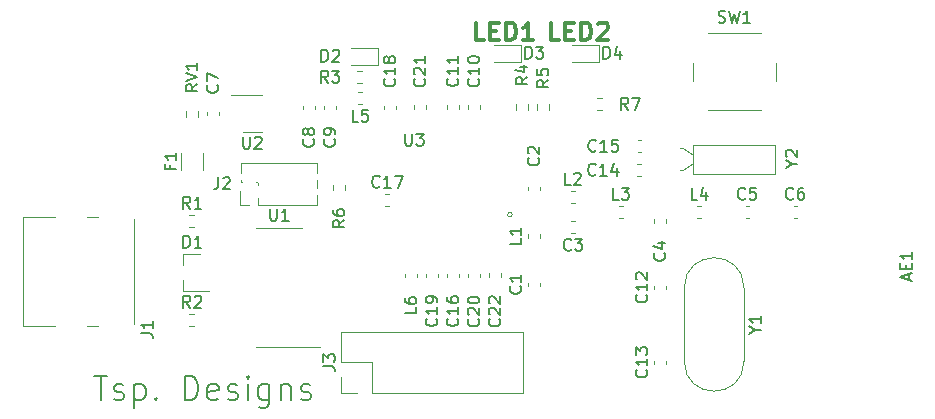
<source format=gto>
G04 #@! TF.GenerationSoftware,KiCad,Pcbnew,5.1.9*
G04 #@! TF.CreationDate,2021-04-01T15:39:56-06:00*
G04 #@! TF.ProjectId,BluetoothBlinker-PCB,426c7565-746f-46f7-9468-426c696e6b65,rev?*
G04 #@! TF.SameCoordinates,Original*
G04 #@! TF.FileFunction,Legend,Top*
G04 #@! TF.FilePolarity,Positive*
%FSLAX46Y46*%
G04 Gerber Fmt 4.6, Leading zero omitted, Abs format (unit mm)*
G04 Created by KiCad (PCBNEW 5.1.9) date 2021-04-01 15:39:56*
%MOMM*%
%LPD*%
G01*
G04 APERTURE LIST*
%ADD10C,0.300000*%
%ADD11C,0.200000*%
%ADD12C,0.120000*%
%ADD13C,0.150000*%
G04 APERTURE END LIST*
D10*
X197711428Y38437428D02*
X196997142Y38437428D01*
X196997142Y39937428D01*
X198211428Y39223142D02*
X198711428Y39223142D01*
X198925714Y38437428D02*
X198211428Y38437428D01*
X198211428Y39937428D01*
X198925714Y39937428D01*
X199568571Y38437428D02*
X199568571Y39937428D01*
X199925714Y39937428D01*
X200140000Y39866000D01*
X200282857Y39723142D01*
X200354285Y39580285D01*
X200425714Y39294571D01*
X200425714Y39080285D01*
X200354285Y38794571D01*
X200282857Y38651714D01*
X200140000Y38508857D01*
X199925714Y38437428D01*
X199568571Y38437428D01*
X200997142Y39794571D02*
X201068571Y39866000D01*
X201211428Y39937428D01*
X201568571Y39937428D01*
X201711428Y39866000D01*
X201782857Y39794571D01*
X201854285Y39651714D01*
X201854285Y39508857D01*
X201782857Y39294571D01*
X200925714Y38437428D01*
X201854285Y38437428D01*
X191361428Y38437428D02*
X190647142Y38437428D01*
X190647142Y39937428D01*
X191861428Y39223142D02*
X192361428Y39223142D01*
X192575714Y38437428D02*
X191861428Y38437428D01*
X191861428Y39937428D01*
X192575714Y39937428D01*
X193218571Y38437428D02*
X193218571Y39937428D01*
X193575714Y39937428D01*
X193790000Y39866000D01*
X193932857Y39723142D01*
X194004285Y39580285D01*
X194075714Y39294571D01*
X194075714Y39080285D01*
X194004285Y38794571D01*
X193932857Y38651714D01*
X193790000Y38508857D01*
X193575714Y38437428D01*
X193218571Y38437428D01*
X195504285Y38437428D02*
X194647142Y38437428D01*
X195075714Y38437428D02*
X195075714Y39937428D01*
X194932857Y39723142D01*
X194790000Y39580285D01*
X194647142Y39508857D01*
D11*
X158308476Y9985238D02*
X159451333Y9985238D01*
X158879904Y7985238D02*
X158879904Y9985238D01*
X160022761Y8080476D02*
X160213238Y7985238D01*
X160594190Y7985238D01*
X160784666Y8080476D01*
X160879904Y8270952D01*
X160879904Y8366190D01*
X160784666Y8556666D01*
X160594190Y8651904D01*
X160308476Y8651904D01*
X160118000Y8747142D01*
X160022761Y8937619D01*
X160022761Y9032857D01*
X160118000Y9223333D01*
X160308476Y9318571D01*
X160594190Y9318571D01*
X160784666Y9223333D01*
X161737047Y9318571D02*
X161737047Y7318571D01*
X161737047Y9223333D02*
X161927523Y9318571D01*
X162308476Y9318571D01*
X162498952Y9223333D01*
X162594190Y9128095D01*
X162689428Y8937619D01*
X162689428Y8366190D01*
X162594190Y8175714D01*
X162498952Y8080476D01*
X162308476Y7985238D01*
X161927523Y7985238D01*
X161737047Y8080476D01*
X163546571Y8175714D02*
X163641809Y8080476D01*
X163546571Y7985238D01*
X163451333Y8080476D01*
X163546571Y8175714D01*
X163546571Y7985238D01*
X166022761Y7985238D02*
X166022761Y9985238D01*
X166498952Y9985238D01*
X166784666Y9890000D01*
X166975142Y9699523D01*
X167070380Y9509047D01*
X167165619Y9128095D01*
X167165619Y8842380D01*
X167070380Y8461428D01*
X166975142Y8270952D01*
X166784666Y8080476D01*
X166498952Y7985238D01*
X166022761Y7985238D01*
X168784666Y8080476D02*
X168594190Y7985238D01*
X168213238Y7985238D01*
X168022761Y8080476D01*
X167927523Y8270952D01*
X167927523Y9032857D01*
X168022761Y9223333D01*
X168213238Y9318571D01*
X168594190Y9318571D01*
X168784666Y9223333D01*
X168879904Y9032857D01*
X168879904Y8842380D01*
X167927523Y8651904D01*
X169641809Y8080476D02*
X169832285Y7985238D01*
X170213238Y7985238D01*
X170403714Y8080476D01*
X170498952Y8270952D01*
X170498952Y8366190D01*
X170403714Y8556666D01*
X170213238Y8651904D01*
X169927523Y8651904D01*
X169737047Y8747142D01*
X169641809Y8937619D01*
X169641809Y9032857D01*
X169737047Y9223333D01*
X169927523Y9318571D01*
X170213238Y9318571D01*
X170403714Y9223333D01*
X171356095Y7985238D02*
X171356095Y9318571D01*
X171356095Y9985238D02*
X171260857Y9890000D01*
X171356095Y9794761D01*
X171451333Y9890000D01*
X171356095Y9985238D01*
X171356095Y9794761D01*
X173165619Y9318571D02*
X173165619Y7699523D01*
X173070380Y7509047D01*
X172975142Y7413809D01*
X172784666Y7318571D01*
X172498952Y7318571D01*
X172308476Y7413809D01*
X173165619Y8080476D02*
X172975142Y7985238D01*
X172594190Y7985238D01*
X172403714Y8080476D01*
X172308476Y8175714D01*
X172213238Y8366190D01*
X172213238Y8937619D01*
X172308476Y9128095D01*
X172403714Y9223333D01*
X172594190Y9318571D01*
X172975142Y9318571D01*
X173165619Y9223333D01*
X174118000Y9318571D02*
X174118000Y7985238D01*
X174118000Y9128095D02*
X174213238Y9223333D01*
X174403714Y9318571D01*
X174689428Y9318571D01*
X174879904Y9223333D01*
X174975142Y9032857D01*
X174975142Y7985238D01*
X175832285Y8080476D02*
X176022761Y7985238D01*
X176403714Y7985238D01*
X176594190Y8080476D01*
X176689428Y8270952D01*
X176689428Y8366190D01*
X176594190Y8556666D01*
X176403714Y8651904D01*
X176118000Y8651904D01*
X175927523Y8747142D01*
X175832285Y8937619D01*
X175832285Y9032857D01*
X175927523Y9223333D01*
X176118000Y9318571D01*
X176403714Y9318571D01*
X176594190Y9223333D01*
D12*
G04 #@! TO.C,R7*
X200867742Y32497500D02*
X201342258Y32497500D01*
X200867742Y33542500D02*
X201342258Y33542500D01*
G04 #@! TO.C,SW1*
X209046000Y36528000D02*
X209046000Y35028000D01*
X210296000Y32528000D02*
X214796000Y32528000D01*
X216046000Y35028000D02*
X216046000Y36528000D01*
X214796000Y39028000D02*
X210296000Y39028000D01*
G04 #@! TO.C,L5*
X180659721Y33018000D02*
X180985279Y33018000D01*
X180659721Y34038000D02*
X180985279Y34038000D01*
G04 #@! TO.C,C18*
X182878000Y32893580D02*
X182878000Y32612420D01*
X183898000Y32893580D02*
X183898000Y32612420D01*
G04 #@! TO.C,C8*
X176020000Y32893580D02*
X176020000Y32612420D01*
X177040000Y32893580D02*
X177040000Y32612420D01*
G04 #@! TO.C,C9*
X177798000Y32893580D02*
X177798000Y32612420D01*
X178818000Y32893580D02*
X178818000Y32612420D01*
G04 #@! TO.C,D4*
X198818500Y36603000D02*
X201103500Y36603000D01*
X201103500Y36603000D02*
X201103500Y38073000D01*
X201103500Y38073000D02*
X198818500Y38073000D01*
G04 #@! TO.C,D3*
X192214500Y36603000D02*
X194499500Y36603000D01*
X194499500Y36603000D02*
X194499500Y38073000D01*
X194499500Y38073000D02*
X192214500Y38073000D01*
G04 #@! TO.C,D2*
X180073500Y36349000D02*
X182358500Y36349000D01*
X182358500Y36349000D02*
X182358500Y37819000D01*
X182358500Y37819000D02*
X180073500Y37819000D01*
G04 #@! TO.C,C14*
X204316420Y26922000D02*
X204597580Y26922000D01*
X204316420Y27942000D02*
X204597580Y27942000D01*
G04 #@! TO.C,Y2*
X208164000Y29332000D02*
X207964000Y29332000D01*
X209064000Y28732000D02*
X208164000Y29332000D01*
X208164000Y27432000D02*
X207964000Y27432000D01*
X209064000Y28032000D02*
X208164000Y27432000D01*
X209064000Y29612000D02*
X209064000Y27152000D01*
X215964000Y29612000D02*
X209064000Y29612000D01*
X215964000Y27152000D02*
X215964000Y29612000D01*
X209064000Y27152000D02*
X215964000Y27152000D01*
G04 #@! TO.C,C15*
X204342420Y28954000D02*
X204623580Y28954000D01*
X204342420Y29974000D02*
X204623580Y29974000D01*
G04 #@! TO.C,J3*
X179264000Y8576000D02*
X179264000Y9906000D01*
X180594000Y8576000D02*
X179264000Y8576000D01*
X179264000Y11176000D02*
X179264000Y13776000D01*
X181864000Y11176000D02*
X179264000Y11176000D01*
X181864000Y8576000D02*
X181864000Y11176000D01*
X179264000Y13776000D02*
X194624000Y13776000D01*
X181864000Y8576000D02*
X194624000Y8576000D01*
X194624000Y8576000D02*
X194624000Y13776000D01*
G04 #@! TO.C,RV1*
X166101500Y32432258D02*
X166101500Y31957742D01*
X167146500Y32432258D02*
X167146500Y31957742D01*
G04 #@! TO.C,J1*
X158636000Y23464000D02*
X157736000Y23464000D01*
X158636000Y14274000D02*
X157736000Y14274000D01*
X155036000Y23464000D02*
X152306000Y23464000D01*
X155036000Y14274000D02*
X152306000Y14274000D01*
X161716000Y23344000D02*
X161716000Y14394000D01*
X152306000Y23464000D02*
X152306000Y14274000D01*
G04 #@! TO.C,R6*
X178547500Y26208258D02*
X178547500Y25733742D01*
X179592500Y26208258D02*
X179592500Y25733742D01*
G04 #@! TO.C,D1*
X165864000Y20376000D02*
X165864000Y19446000D01*
X165864000Y17216000D02*
X165864000Y18146000D01*
X165864000Y17216000D02*
X168024000Y17216000D01*
X165864000Y20376000D02*
X167324000Y20376000D01*
G04 #@! TO.C,R5*
X196864500Y32528742D02*
X196864500Y33003258D01*
X195819500Y32528742D02*
X195819500Y33003258D01*
G04 #@! TO.C,R4*
X195086500Y32528742D02*
X195086500Y33003258D01*
X194041500Y32528742D02*
X194041500Y33003258D01*
G04 #@! TO.C,R3*
X181022258Y35828500D02*
X180547742Y35828500D01*
X181022258Y34783500D02*
X180547742Y34783500D01*
G04 #@! TO.C,R2*
X166798258Y15254500D02*
X166323742Y15254500D01*
X166798258Y14209500D02*
X166323742Y14209500D01*
G04 #@! TO.C,R1*
X166798258Y23636500D02*
X166323742Y23636500D01*
X166798258Y22591500D02*
X166323742Y22591500D01*
G04 #@! TO.C,L6*
X185676000Y18353721D02*
X185676000Y18679279D01*
X184656000Y18353721D02*
X184656000Y18679279D01*
G04 #@! TO.C,L4*
X209387221Y23366000D02*
X209712779Y23366000D01*
X209387221Y24386000D02*
X209712779Y24386000D01*
G04 #@! TO.C,L3*
X202757721Y23366000D02*
X203083279Y23366000D01*
X202757721Y24386000D02*
X203083279Y24386000D01*
G04 #@! TO.C,L2*
X198693721Y24636000D02*
X199019279Y24636000D01*
X198693721Y25656000D02*
X199019279Y25656000D01*
G04 #@! TO.C,L1*
X195070000Y22006779D02*
X195070000Y21681221D01*
X196090000Y22006779D02*
X196090000Y21681221D01*
G04 #@! TO.C,C22*
X191768000Y18695580D02*
X191768000Y18414420D01*
X192788000Y18695580D02*
X192788000Y18414420D01*
G04 #@! TO.C,C21*
X185418000Y32919580D02*
X185418000Y32638420D01*
X186438000Y32919580D02*
X186438000Y32638420D01*
G04 #@! TO.C,C20*
X189990000Y18682580D02*
X189990000Y18401420D01*
X191010000Y18682580D02*
X191010000Y18401420D01*
G04 #@! TO.C,C19*
X186434000Y18682580D02*
X186434000Y18401420D01*
X187454000Y18682580D02*
X187454000Y18401420D01*
G04 #@! TO.C,C17*
X183274580Y25402000D02*
X182993420Y25402000D01*
X183274580Y24382000D02*
X182993420Y24382000D01*
G04 #@! TO.C,C16*
X188212000Y18682580D02*
X188212000Y18401420D01*
X189232000Y18682580D02*
X189232000Y18401420D01*
G04 #@! TO.C,C13*
X206758000Y11022420D02*
X206758000Y11303580D01*
X205738000Y11022420D02*
X205738000Y11303580D01*
G04 #@! TO.C,C12*
X205738000Y17666580D02*
X205738000Y17385420D01*
X206758000Y17666580D02*
X206758000Y17385420D01*
G04 #@! TO.C,C11*
X189232000Y32638420D02*
X189232000Y32919580D01*
X188212000Y32638420D02*
X188212000Y32919580D01*
G04 #@! TO.C,C10*
X191010000Y32638420D02*
X191010000Y32919580D01*
X189990000Y32638420D02*
X189990000Y32919580D01*
G04 #@! TO.C,C7*
X167892000Y32398580D02*
X167892000Y32117420D01*
X168912000Y32398580D02*
X168912000Y32117420D01*
G04 #@! TO.C,C6*
X217831580Y24386000D02*
X217550420Y24386000D01*
X217831580Y23366000D02*
X217550420Y23366000D01*
G04 #@! TO.C,C5*
X213767580Y24386000D02*
X213486420Y24386000D01*
X213767580Y23366000D02*
X213486420Y23366000D01*
G04 #@! TO.C,C4*
X205738000Y23267580D02*
X205738000Y22986420D01*
X206758000Y23267580D02*
X206758000Y22986420D01*
G04 #@! TO.C,C3*
X199009580Y23116000D02*
X198728420Y23116000D01*
X199009580Y22096000D02*
X198728420Y22096000D01*
G04 #@! TO.C,C2*
X196090000Y25767420D02*
X196090000Y26048580D01*
X195070000Y25767420D02*
X195070000Y26048580D01*
G04 #@! TO.C,C1*
X195070000Y17920580D02*
X195070000Y17639420D01*
X196090000Y17920580D02*
X196090000Y17639420D01*
G04 #@! TO.C,U1*
X173990000Y22586000D02*
X172040000Y22586000D01*
X173990000Y22586000D02*
X175940000Y22586000D01*
X173990000Y12466000D02*
X172040000Y12466000D01*
X173990000Y12466000D02*
X177440000Y12466000D01*
G04 #@! TO.C,Y1*
X208295000Y17503000D02*
X208295000Y11253000D01*
X213345000Y17503000D02*
X213345000Y11253000D01*
X208295000Y11253000D02*
G75*
G03*
X213345000Y11253000I2525000J0D01*
G01*
X208295000Y17503000D02*
G75*
G02*
X213345000Y17503000I2525000J0D01*
G01*
G04 #@! TO.C,F1*
X165714000Y28921064D02*
X165714000Y27466936D01*
X167534000Y28921064D02*
X167534000Y27466936D01*
G04 #@! TO.C,U3*
X193734000Y23666000D02*
G75*
G03*
X193734000Y23666000I-200000J0D01*
G01*
G04 #@! TO.C,U2*
X171704000Y30698000D02*
X172504000Y30698000D01*
X171704000Y30698000D02*
X170904000Y30698000D01*
X171704000Y33818000D02*
X172504000Y33818000D01*
X171704000Y33818000D02*
X169904000Y33818000D01*
G04 #@! TO.C,J2*
X177225000Y24524000D02*
X177225000Y25346470D01*
X177225000Y27231530D02*
X177225000Y28054000D01*
X177225000Y25961530D02*
X177225000Y26616470D01*
X172210000Y24524000D02*
X177225000Y24524000D01*
X170755000Y28054000D02*
X177225000Y28054000D01*
X172210000Y24524000D02*
X172210000Y25090529D01*
X172210000Y26217471D02*
X172210000Y26360529D01*
X172156529Y26414000D02*
X172013471Y26414000D01*
X170886529Y26414000D02*
X170755000Y26414000D01*
X170755000Y26414000D02*
X170755000Y26616470D01*
X170755000Y27231530D02*
X170755000Y28054000D01*
X171450000Y24524000D02*
X170690000Y24524000D01*
X170690000Y24524000D02*
X170690000Y25654000D01*
G04 #@! TO.C,R7*
D13*
X203541333Y32567619D02*
X203208000Y33043809D01*
X202969904Y32567619D02*
X202969904Y33567619D01*
X203350857Y33567619D01*
X203446095Y33520000D01*
X203493714Y33472380D01*
X203541333Y33377142D01*
X203541333Y33234285D01*
X203493714Y33139047D01*
X203446095Y33091428D01*
X203350857Y33043809D01*
X202969904Y33043809D01*
X203874666Y33567619D02*
X204541333Y33567619D01*
X204112761Y32567619D01*
G04 #@! TO.C,SW1*
X211212666Y39981238D02*
X211355523Y39933619D01*
X211593619Y39933619D01*
X211688857Y39981238D01*
X211736476Y40028857D01*
X211784095Y40124095D01*
X211784095Y40219333D01*
X211736476Y40314571D01*
X211688857Y40362190D01*
X211593619Y40409809D01*
X211403142Y40457428D01*
X211307904Y40505047D01*
X211260285Y40552666D01*
X211212666Y40647904D01*
X211212666Y40743142D01*
X211260285Y40838380D01*
X211307904Y40886000D01*
X211403142Y40933619D01*
X211641238Y40933619D01*
X211784095Y40886000D01*
X212117428Y40933619D02*
X212355523Y39933619D01*
X212546000Y40647904D01*
X212736476Y39933619D01*
X212974571Y40933619D01*
X213879333Y39933619D02*
X213307904Y39933619D01*
X213593619Y39933619D02*
X213593619Y40933619D01*
X213498380Y40790761D01*
X213403142Y40695523D01*
X213307904Y40647904D01*
G04 #@! TO.C,L5*
X180681333Y31551619D02*
X180205142Y31551619D01*
X180205142Y32551619D01*
X181490857Y32551619D02*
X181014666Y32551619D01*
X180967047Y32075428D01*
X181014666Y32123047D01*
X181109904Y32170666D01*
X181348000Y32170666D01*
X181443238Y32123047D01*
X181490857Y32075428D01*
X181538476Y31980190D01*
X181538476Y31742095D01*
X181490857Y31646857D01*
X181443238Y31599238D01*
X181348000Y31551619D01*
X181109904Y31551619D01*
X181014666Y31599238D01*
X180967047Y31646857D01*
G04 #@! TO.C,C18*
X183745142Y35171142D02*
X183792761Y35123523D01*
X183840380Y34980666D01*
X183840380Y34885428D01*
X183792761Y34742571D01*
X183697523Y34647333D01*
X183602285Y34599714D01*
X183411809Y34552095D01*
X183268952Y34552095D01*
X183078476Y34599714D01*
X182983238Y34647333D01*
X182888000Y34742571D01*
X182840380Y34885428D01*
X182840380Y34980666D01*
X182888000Y35123523D01*
X182935619Y35171142D01*
X183840380Y36123523D02*
X183840380Y35552095D01*
X183840380Y35837809D02*
X182840380Y35837809D01*
X182983238Y35742571D01*
X183078476Y35647333D01*
X183126095Y35552095D01*
X183268952Y36694952D02*
X183221333Y36599714D01*
X183173714Y36552095D01*
X183078476Y36504476D01*
X183030857Y36504476D01*
X182935619Y36552095D01*
X182888000Y36599714D01*
X182840380Y36694952D01*
X182840380Y36885428D01*
X182888000Y36980666D01*
X182935619Y37028285D01*
X183030857Y37075904D01*
X183078476Y37075904D01*
X183173714Y37028285D01*
X183221333Y36980666D01*
X183268952Y36885428D01*
X183268952Y36694952D01*
X183316571Y36599714D01*
X183364190Y36552095D01*
X183459428Y36504476D01*
X183649904Y36504476D01*
X183745142Y36552095D01*
X183792761Y36599714D01*
X183840380Y36694952D01*
X183840380Y36885428D01*
X183792761Y36980666D01*
X183745142Y37028285D01*
X183649904Y37075904D01*
X183459428Y37075904D01*
X183364190Y37028285D01*
X183316571Y36980666D01*
X183268952Y36885428D01*
G04 #@! TO.C,C8*
X176887142Y30059333D02*
X176934761Y30011714D01*
X176982380Y29868857D01*
X176982380Y29773619D01*
X176934761Y29630761D01*
X176839523Y29535523D01*
X176744285Y29487904D01*
X176553809Y29440285D01*
X176410952Y29440285D01*
X176220476Y29487904D01*
X176125238Y29535523D01*
X176030000Y29630761D01*
X175982380Y29773619D01*
X175982380Y29868857D01*
X176030000Y30011714D01*
X176077619Y30059333D01*
X176410952Y30630761D02*
X176363333Y30535523D01*
X176315714Y30487904D01*
X176220476Y30440285D01*
X176172857Y30440285D01*
X176077619Y30487904D01*
X176030000Y30535523D01*
X175982380Y30630761D01*
X175982380Y30821238D01*
X176030000Y30916476D01*
X176077619Y30964095D01*
X176172857Y31011714D01*
X176220476Y31011714D01*
X176315714Y30964095D01*
X176363333Y30916476D01*
X176410952Y30821238D01*
X176410952Y30630761D01*
X176458571Y30535523D01*
X176506190Y30487904D01*
X176601428Y30440285D01*
X176791904Y30440285D01*
X176887142Y30487904D01*
X176934761Y30535523D01*
X176982380Y30630761D01*
X176982380Y30821238D01*
X176934761Y30916476D01*
X176887142Y30964095D01*
X176791904Y31011714D01*
X176601428Y31011714D01*
X176506190Y30964095D01*
X176458571Y30916476D01*
X176410952Y30821238D01*
G04 #@! TO.C,C9*
X178665142Y30059333D02*
X178712761Y30011714D01*
X178760380Y29868857D01*
X178760380Y29773619D01*
X178712761Y29630761D01*
X178617523Y29535523D01*
X178522285Y29487904D01*
X178331809Y29440285D01*
X178188952Y29440285D01*
X177998476Y29487904D01*
X177903238Y29535523D01*
X177808000Y29630761D01*
X177760380Y29773619D01*
X177760380Y29868857D01*
X177808000Y30011714D01*
X177855619Y30059333D01*
X178760380Y30535523D02*
X178760380Y30726000D01*
X178712761Y30821238D01*
X178665142Y30868857D01*
X178522285Y30964095D01*
X178331809Y31011714D01*
X177950857Y31011714D01*
X177855619Y30964095D01*
X177808000Y30916476D01*
X177760380Y30821238D01*
X177760380Y30630761D01*
X177808000Y30535523D01*
X177855619Y30487904D01*
X177950857Y30440285D01*
X178188952Y30440285D01*
X178284190Y30487904D01*
X178331809Y30535523D01*
X178379428Y30630761D01*
X178379428Y30821238D01*
X178331809Y30916476D01*
X178284190Y30964095D01*
X178188952Y31011714D01*
G04 #@! TO.C,D4*
X201445904Y36885619D02*
X201445904Y37885619D01*
X201684000Y37885619D01*
X201826857Y37838000D01*
X201922095Y37742761D01*
X201969714Y37647523D01*
X202017333Y37457047D01*
X202017333Y37314190D01*
X201969714Y37123714D01*
X201922095Y37028476D01*
X201826857Y36933238D01*
X201684000Y36885619D01*
X201445904Y36885619D01*
X202874476Y37552285D02*
X202874476Y36885619D01*
X202636380Y37933238D02*
X202398285Y37218952D01*
X203017333Y37218952D01*
G04 #@! TO.C,D3*
X194841904Y36885619D02*
X194841904Y37885619D01*
X195080000Y37885619D01*
X195222857Y37838000D01*
X195318095Y37742761D01*
X195365714Y37647523D01*
X195413333Y37457047D01*
X195413333Y37314190D01*
X195365714Y37123714D01*
X195318095Y37028476D01*
X195222857Y36933238D01*
X195080000Y36885619D01*
X194841904Y36885619D01*
X195746666Y37885619D02*
X196365714Y37885619D01*
X196032380Y37504666D01*
X196175238Y37504666D01*
X196270476Y37457047D01*
X196318095Y37409428D01*
X196365714Y37314190D01*
X196365714Y37076095D01*
X196318095Y36980857D01*
X196270476Y36933238D01*
X196175238Y36885619D01*
X195889523Y36885619D01*
X195794285Y36933238D01*
X195746666Y36980857D01*
G04 #@! TO.C,D2*
X177569904Y36631619D02*
X177569904Y37631619D01*
X177808000Y37631619D01*
X177950857Y37584000D01*
X178046095Y37488761D01*
X178093714Y37393523D01*
X178141333Y37203047D01*
X178141333Y37060190D01*
X178093714Y36869714D01*
X178046095Y36774476D01*
X177950857Y36679238D01*
X177808000Y36631619D01*
X177569904Y36631619D01*
X178522285Y37536380D02*
X178569904Y37584000D01*
X178665142Y37631619D01*
X178903238Y37631619D01*
X178998476Y37584000D01*
X179046095Y37536380D01*
X179093714Y37441142D01*
X179093714Y37345904D01*
X179046095Y37203047D01*
X178474666Y36631619D01*
X179093714Y36631619D01*
G04 #@! TO.C,C14*
X200779142Y27074857D02*
X200731523Y27027238D01*
X200588666Y26979619D01*
X200493428Y26979619D01*
X200350571Y27027238D01*
X200255333Y27122476D01*
X200207714Y27217714D01*
X200160095Y27408190D01*
X200160095Y27551047D01*
X200207714Y27741523D01*
X200255333Y27836761D01*
X200350571Y27932000D01*
X200493428Y27979619D01*
X200588666Y27979619D01*
X200731523Y27932000D01*
X200779142Y27884380D01*
X201731523Y26979619D02*
X201160095Y26979619D01*
X201445809Y26979619D02*
X201445809Y27979619D01*
X201350571Y27836761D01*
X201255333Y27741523D01*
X201160095Y27693904D01*
X202588666Y27646285D02*
X202588666Y26979619D01*
X202350571Y28027238D02*
X202112476Y27312952D01*
X202731523Y27312952D01*
G04 #@! TO.C,Y2*
X217400190Y27971809D02*
X217876380Y27971809D01*
X216876380Y27638476D02*
X217400190Y27971809D01*
X216876380Y28305142D01*
X216971619Y28590857D02*
X216924000Y28638476D01*
X216876380Y28733714D01*
X216876380Y28971809D01*
X216924000Y29067047D01*
X216971619Y29114666D01*
X217066857Y29162285D01*
X217162095Y29162285D01*
X217304952Y29114666D01*
X217876380Y28543238D01*
X217876380Y29162285D01*
G04 #@! TO.C,C15*
X200805142Y29106857D02*
X200757523Y29059238D01*
X200614666Y29011619D01*
X200519428Y29011619D01*
X200376571Y29059238D01*
X200281333Y29154476D01*
X200233714Y29249714D01*
X200186095Y29440190D01*
X200186095Y29583047D01*
X200233714Y29773523D01*
X200281333Y29868761D01*
X200376571Y29964000D01*
X200519428Y30011619D01*
X200614666Y30011619D01*
X200757523Y29964000D01*
X200805142Y29916380D01*
X201757523Y29011619D02*
X201186095Y29011619D01*
X201471809Y29011619D02*
X201471809Y30011619D01*
X201376571Y29868761D01*
X201281333Y29773523D01*
X201186095Y29725904D01*
X202662285Y30011619D02*
X202186095Y30011619D01*
X202138476Y29535428D01*
X202186095Y29583047D01*
X202281333Y29630666D01*
X202519428Y29630666D01*
X202614666Y29583047D01*
X202662285Y29535428D01*
X202709904Y29440190D01*
X202709904Y29202095D01*
X202662285Y29106857D01*
X202614666Y29059238D01*
X202519428Y29011619D01*
X202281333Y29011619D01*
X202186095Y29059238D01*
X202138476Y29106857D01*
G04 #@! TO.C,J3*
X177716380Y10842666D02*
X178430666Y10842666D01*
X178573523Y10795047D01*
X178668761Y10699809D01*
X178716380Y10556952D01*
X178716380Y10461714D01*
X177716380Y11223619D02*
X177716380Y11842666D01*
X178097333Y11509333D01*
X178097333Y11652190D01*
X178144952Y11747428D01*
X178192571Y11795047D01*
X178287809Y11842666D01*
X178525904Y11842666D01*
X178621142Y11795047D01*
X178668761Y11747428D01*
X178716380Y11652190D01*
X178716380Y11366476D01*
X178668761Y11271238D01*
X178621142Y11223619D01*
G04 #@! TO.C,RV1*
X167076380Y34710761D02*
X166600190Y34377428D01*
X167076380Y34139333D02*
X166076380Y34139333D01*
X166076380Y34520285D01*
X166124000Y34615523D01*
X166171619Y34663142D01*
X166266857Y34710761D01*
X166409714Y34710761D01*
X166504952Y34663142D01*
X166552571Y34615523D01*
X166600190Y34520285D01*
X166600190Y34139333D01*
X166076380Y34996476D02*
X167076380Y35329809D01*
X166076380Y35663142D01*
X167076380Y36520285D02*
X167076380Y35948857D01*
X167076380Y36234571D02*
X166076380Y36234571D01*
X166219238Y36139333D01*
X166314476Y36044095D01*
X166362095Y35948857D01*
G04 #@! TO.C,J1*
X162288380Y13636666D02*
X163002666Y13636666D01*
X163145523Y13589047D01*
X163240761Y13493809D01*
X163288380Y13350952D01*
X163288380Y13255714D01*
X163288380Y14636666D02*
X163288380Y14065238D01*
X163288380Y14350952D02*
X162288380Y14350952D01*
X162431238Y14255714D01*
X162526476Y14160476D01*
X162574095Y14065238D01*
G04 #@! TO.C,R6*
X179522380Y23201333D02*
X179046190Y22868000D01*
X179522380Y22629904D02*
X178522380Y22629904D01*
X178522380Y23010857D01*
X178570000Y23106095D01*
X178617619Y23153714D01*
X178712857Y23201333D01*
X178855714Y23201333D01*
X178950952Y23153714D01*
X178998571Y23106095D01*
X179046190Y23010857D01*
X179046190Y22629904D01*
X178522380Y24058476D02*
X178522380Y23868000D01*
X178570000Y23772761D01*
X178617619Y23725142D01*
X178760476Y23629904D01*
X178950952Y23582285D01*
X179331904Y23582285D01*
X179427142Y23629904D01*
X179474761Y23677523D01*
X179522380Y23772761D01*
X179522380Y23963238D01*
X179474761Y24058476D01*
X179427142Y24106095D01*
X179331904Y24153714D01*
X179093809Y24153714D01*
X178998571Y24106095D01*
X178950952Y24058476D01*
X178903333Y23963238D01*
X178903333Y23772761D01*
X178950952Y23677523D01*
X178998571Y23629904D01*
X179093809Y23582285D01*
G04 #@! TO.C,D1*
X165885904Y20883619D02*
X165885904Y21883619D01*
X166124000Y21883619D01*
X166266857Y21836000D01*
X166362095Y21740761D01*
X166409714Y21645523D01*
X166457333Y21455047D01*
X166457333Y21312190D01*
X166409714Y21121714D01*
X166362095Y21026476D01*
X166266857Y20931238D01*
X166124000Y20883619D01*
X165885904Y20883619D01*
X167409714Y20883619D02*
X166838285Y20883619D01*
X167124000Y20883619D02*
X167124000Y21883619D01*
X167028761Y21740761D01*
X166933523Y21645523D01*
X166838285Y21597904D01*
G04 #@! TO.C,R5*
X196794380Y35076333D02*
X196318190Y34743000D01*
X196794380Y34504904D02*
X195794380Y34504904D01*
X195794380Y34885857D01*
X195842000Y34981095D01*
X195889619Y35028714D01*
X195984857Y35076333D01*
X196127714Y35076333D01*
X196222952Y35028714D01*
X196270571Y34981095D01*
X196318190Y34885857D01*
X196318190Y34504904D01*
X195794380Y35981095D02*
X195794380Y35504904D01*
X196270571Y35457285D01*
X196222952Y35504904D01*
X196175333Y35600142D01*
X196175333Y35838238D01*
X196222952Y35933476D01*
X196270571Y35981095D01*
X196365809Y36028714D01*
X196603904Y36028714D01*
X196699142Y35981095D01*
X196746761Y35933476D01*
X196794380Y35838238D01*
X196794380Y35600142D01*
X196746761Y35504904D01*
X196699142Y35457285D01*
G04 #@! TO.C,R4*
X195016380Y35330333D02*
X194540190Y34997000D01*
X195016380Y34758904D02*
X194016380Y34758904D01*
X194016380Y35139857D01*
X194064000Y35235095D01*
X194111619Y35282714D01*
X194206857Y35330333D01*
X194349714Y35330333D01*
X194444952Y35282714D01*
X194492571Y35235095D01*
X194540190Y35139857D01*
X194540190Y34758904D01*
X194349714Y36187476D02*
X195016380Y36187476D01*
X193968761Y35949380D02*
X194683047Y35711285D01*
X194683047Y36330333D01*
G04 #@! TO.C,R3*
X178141333Y34853619D02*
X177808000Y35329809D01*
X177569904Y34853619D02*
X177569904Y35853619D01*
X177950857Y35853619D01*
X178046095Y35806000D01*
X178093714Y35758380D01*
X178141333Y35663142D01*
X178141333Y35520285D01*
X178093714Y35425047D01*
X178046095Y35377428D01*
X177950857Y35329809D01*
X177569904Y35329809D01*
X178474666Y35853619D02*
X179093714Y35853619D01*
X178760380Y35472666D01*
X178903238Y35472666D01*
X178998476Y35425047D01*
X179046095Y35377428D01*
X179093714Y35282190D01*
X179093714Y35044095D01*
X179046095Y34948857D01*
X178998476Y34901238D01*
X178903238Y34853619D01*
X178617523Y34853619D01*
X178522285Y34901238D01*
X178474666Y34948857D01*
G04 #@! TO.C,R2*
X166457333Y15803619D02*
X166124000Y16279809D01*
X165885904Y15803619D02*
X165885904Y16803619D01*
X166266857Y16803619D01*
X166362095Y16756000D01*
X166409714Y16708380D01*
X166457333Y16613142D01*
X166457333Y16470285D01*
X166409714Y16375047D01*
X166362095Y16327428D01*
X166266857Y16279809D01*
X165885904Y16279809D01*
X166838285Y16708380D02*
X166885904Y16756000D01*
X166981142Y16803619D01*
X167219238Y16803619D01*
X167314476Y16756000D01*
X167362095Y16708380D01*
X167409714Y16613142D01*
X167409714Y16517904D01*
X167362095Y16375047D01*
X166790666Y15803619D01*
X167409714Y15803619D01*
G04 #@! TO.C,R1*
X166457333Y24185619D02*
X166124000Y24661809D01*
X165885904Y24185619D02*
X165885904Y25185619D01*
X166266857Y25185619D01*
X166362095Y25138000D01*
X166409714Y25090380D01*
X166457333Y24995142D01*
X166457333Y24852285D01*
X166409714Y24757047D01*
X166362095Y24709428D01*
X166266857Y24661809D01*
X165885904Y24661809D01*
X167409714Y24185619D02*
X166838285Y24185619D01*
X167124000Y24185619D02*
X167124000Y25185619D01*
X167028761Y25042761D01*
X166933523Y24947523D01*
X166838285Y24899904D01*
G04 #@! TO.C,L6*
X185618380Y15835333D02*
X185618380Y15359142D01*
X184618380Y15359142D01*
X184618380Y16597238D02*
X184618380Y16406761D01*
X184666000Y16311523D01*
X184713619Y16263904D01*
X184856476Y16168666D01*
X185046952Y16121047D01*
X185427904Y16121047D01*
X185523142Y16168666D01*
X185570761Y16216285D01*
X185618380Y16311523D01*
X185618380Y16502000D01*
X185570761Y16597238D01*
X185523142Y16644857D01*
X185427904Y16692476D01*
X185189809Y16692476D01*
X185094571Y16644857D01*
X185046952Y16597238D01*
X184999333Y16502000D01*
X184999333Y16311523D01*
X185046952Y16216285D01*
X185094571Y16168666D01*
X185189809Y16121047D01*
G04 #@! TO.C,L4*
X209383333Y24947619D02*
X208907142Y24947619D01*
X208907142Y25947619D01*
X210145238Y25614285D02*
X210145238Y24947619D01*
X209907142Y25995238D02*
X209669047Y25280952D01*
X210288095Y25280952D01*
G04 #@! TO.C,L3*
X202753833Y24947619D02*
X202277642Y24947619D01*
X202277642Y25947619D01*
X202991928Y25947619D02*
X203610976Y25947619D01*
X203277642Y25566666D01*
X203420500Y25566666D01*
X203515738Y25519047D01*
X203563357Y25471428D01*
X203610976Y25376190D01*
X203610976Y25138095D01*
X203563357Y25042857D01*
X203515738Y24995238D01*
X203420500Y24947619D01*
X203134785Y24947619D01*
X203039547Y24995238D01*
X202991928Y25042857D01*
G04 #@! TO.C,L2*
X198689833Y26217619D02*
X198213642Y26217619D01*
X198213642Y27217619D01*
X198975547Y27122380D02*
X199023166Y27170000D01*
X199118404Y27217619D01*
X199356500Y27217619D01*
X199451738Y27170000D01*
X199499357Y27122380D01*
X199546976Y27027142D01*
X199546976Y26931904D01*
X199499357Y26789047D01*
X198927928Y26217619D01*
X199546976Y26217619D01*
G04 #@! TO.C,L1*
X194508380Y21677333D02*
X194508380Y21201142D01*
X193508380Y21201142D01*
X194508380Y22534476D02*
X194508380Y21963047D01*
X194508380Y22248761D02*
X193508380Y22248761D01*
X193651238Y22153523D01*
X193746476Y22058285D01*
X193794095Y21963047D01*
G04 #@! TO.C,C22*
X192635142Y14851142D02*
X192682761Y14803523D01*
X192730380Y14660666D01*
X192730380Y14565428D01*
X192682761Y14422571D01*
X192587523Y14327333D01*
X192492285Y14279714D01*
X192301809Y14232095D01*
X192158952Y14232095D01*
X191968476Y14279714D01*
X191873238Y14327333D01*
X191778000Y14422571D01*
X191730380Y14565428D01*
X191730380Y14660666D01*
X191778000Y14803523D01*
X191825619Y14851142D01*
X191825619Y15232095D02*
X191778000Y15279714D01*
X191730380Y15374952D01*
X191730380Y15613047D01*
X191778000Y15708285D01*
X191825619Y15755904D01*
X191920857Y15803523D01*
X192016095Y15803523D01*
X192158952Y15755904D01*
X192730380Y15184476D01*
X192730380Y15803523D01*
X191825619Y16184476D02*
X191778000Y16232095D01*
X191730380Y16327333D01*
X191730380Y16565428D01*
X191778000Y16660666D01*
X191825619Y16708285D01*
X191920857Y16755904D01*
X192016095Y16755904D01*
X192158952Y16708285D01*
X192730380Y16136857D01*
X192730380Y16755904D01*
G04 #@! TO.C,C21*
X186285142Y35171142D02*
X186332761Y35123523D01*
X186380380Y34980666D01*
X186380380Y34885428D01*
X186332761Y34742571D01*
X186237523Y34647333D01*
X186142285Y34599714D01*
X185951809Y34552095D01*
X185808952Y34552095D01*
X185618476Y34599714D01*
X185523238Y34647333D01*
X185428000Y34742571D01*
X185380380Y34885428D01*
X185380380Y34980666D01*
X185428000Y35123523D01*
X185475619Y35171142D01*
X185475619Y35552095D02*
X185428000Y35599714D01*
X185380380Y35694952D01*
X185380380Y35933047D01*
X185428000Y36028285D01*
X185475619Y36075904D01*
X185570857Y36123523D01*
X185666095Y36123523D01*
X185808952Y36075904D01*
X186380380Y35504476D01*
X186380380Y36123523D01*
X186380380Y37075904D02*
X186380380Y36504476D01*
X186380380Y36790190D02*
X185380380Y36790190D01*
X185523238Y36694952D01*
X185618476Y36599714D01*
X185666095Y36504476D01*
G04 #@! TO.C,C20*
X190857142Y14838142D02*
X190904761Y14790523D01*
X190952380Y14647666D01*
X190952380Y14552428D01*
X190904761Y14409571D01*
X190809523Y14314333D01*
X190714285Y14266714D01*
X190523809Y14219095D01*
X190380952Y14219095D01*
X190190476Y14266714D01*
X190095238Y14314333D01*
X190000000Y14409571D01*
X189952380Y14552428D01*
X189952380Y14647666D01*
X190000000Y14790523D01*
X190047619Y14838142D01*
X190047619Y15219095D02*
X190000000Y15266714D01*
X189952380Y15361952D01*
X189952380Y15600047D01*
X190000000Y15695285D01*
X190047619Y15742904D01*
X190142857Y15790523D01*
X190238095Y15790523D01*
X190380952Y15742904D01*
X190952380Y15171476D01*
X190952380Y15790523D01*
X189952380Y16409571D02*
X189952380Y16504809D01*
X190000000Y16600047D01*
X190047619Y16647666D01*
X190142857Y16695285D01*
X190333333Y16742904D01*
X190571428Y16742904D01*
X190761904Y16695285D01*
X190857142Y16647666D01*
X190904761Y16600047D01*
X190952380Y16504809D01*
X190952380Y16409571D01*
X190904761Y16314333D01*
X190857142Y16266714D01*
X190761904Y16219095D01*
X190571428Y16171476D01*
X190333333Y16171476D01*
X190142857Y16219095D01*
X190047619Y16266714D01*
X190000000Y16314333D01*
X189952380Y16409571D01*
G04 #@! TO.C,C19*
X187301142Y14864142D02*
X187348761Y14816523D01*
X187396380Y14673666D01*
X187396380Y14578428D01*
X187348761Y14435571D01*
X187253523Y14340333D01*
X187158285Y14292714D01*
X186967809Y14245095D01*
X186824952Y14245095D01*
X186634476Y14292714D01*
X186539238Y14340333D01*
X186444000Y14435571D01*
X186396380Y14578428D01*
X186396380Y14673666D01*
X186444000Y14816523D01*
X186491619Y14864142D01*
X187396380Y15816523D02*
X187396380Y15245095D01*
X187396380Y15530809D02*
X186396380Y15530809D01*
X186539238Y15435571D01*
X186634476Y15340333D01*
X186682095Y15245095D01*
X187396380Y16292714D02*
X187396380Y16483190D01*
X187348761Y16578428D01*
X187301142Y16626047D01*
X187158285Y16721285D01*
X186967809Y16768904D01*
X186586857Y16768904D01*
X186491619Y16721285D01*
X186444000Y16673666D01*
X186396380Y16578428D01*
X186396380Y16387952D01*
X186444000Y16292714D01*
X186491619Y16245095D01*
X186586857Y16197476D01*
X186824952Y16197476D01*
X186920190Y16245095D01*
X186967809Y16292714D01*
X187015428Y16387952D01*
X187015428Y16578428D01*
X186967809Y16673666D01*
X186920190Y16721285D01*
X186824952Y16768904D01*
G04 #@! TO.C,C17*
X182491142Y26058857D02*
X182443523Y26011238D01*
X182300666Y25963619D01*
X182205428Y25963619D01*
X182062571Y26011238D01*
X181967333Y26106476D01*
X181919714Y26201714D01*
X181872095Y26392190D01*
X181872095Y26535047D01*
X181919714Y26725523D01*
X181967333Y26820761D01*
X182062571Y26916000D01*
X182205428Y26963619D01*
X182300666Y26963619D01*
X182443523Y26916000D01*
X182491142Y26868380D01*
X183443523Y25963619D02*
X182872095Y25963619D01*
X183157809Y25963619D02*
X183157809Y26963619D01*
X183062571Y26820761D01*
X182967333Y26725523D01*
X182872095Y26677904D01*
X183776857Y26963619D02*
X184443523Y26963619D01*
X184014952Y25963619D01*
G04 #@! TO.C,C16*
X189079142Y14864142D02*
X189126761Y14816523D01*
X189174380Y14673666D01*
X189174380Y14578428D01*
X189126761Y14435571D01*
X189031523Y14340333D01*
X188936285Y14292714D01*
X188745809Y14245095D01*
X188602952Y14245095D01*
X188412476Y14292714D01*
X188317238Y14340333D01*
X188222000Y14435571D01*
X188174380Y14578428D01*
X188174380Y14673666D01*
X188222000Y14816523D01*
X188269619Y14864142D01*
X189174380Y15816523D02*
X189174380Y15245095D01*
X189174380Y15530809D02*
X188174380Y15530809D01*
X188317238Y15435571D01*
X188412476Y15340333D01*
X188460095Y15245095D01*
X188174380Y16673666D02*
X188174380Y16483190D01*
X188222000Y16387952D01*
X188269619Y16340333D01*
X188412476Y16245095D01*
X188602952Y16197476D01*
X188983904Y16197476D01*
X189079142Y16245095D01*
X189126761Y16292714D01*
X189174380Y16387952D01*
X189174380Y16578428D01*
X189126761Y16673666D01*
X189079142Y16721285D01*
X188983904Y16768904D01*
X188745809Y16768904D01*
X188650571Y16721285D01*
X188602952Y16673666D01*
X188555333Y16578428D01*
X188555333Y16387952D01*
X188602952Y16292714D01*
X188650571Y16245095D01*
X188745809Y16197476D01*
G04 #@! TO.C,C13*
X205081142Y10533142D02*
X205128761Y10485523D01*
X205176380Y10342666D01*
X205176380Y10247428D01*
X205128761Y10104571D01*
X205033523Y10009333D01*
X204938285Y9961714D01*
X204747809Y9914095D01*
X204604952Y9914095D01*
X204414476Y9961714D01*
X204319238Y10009333D01*
X204224000Y10104571D01*
X204176380Y10247428D01*
X204176380Y10342666D01*
X204224000Y10485523D01*
X204271619Y10533142D01*
X205176380Y11485523D02*
X205176380Y10914095D01*
X205176380Y11199809D02*
X204176380Y11199809D01*
X204319238Y11104571D01*
X204414476Y11009333D01*
X204462095Y10914095D01*
X204176380Y11818857D02*
X204176380Y12437904D01*
X204557333Y12104571D01*
X204557333Y12247428D01*
X204604952Y12342666D01*
X204652571Y12390285D01*
X204747809Y12437904D01*
X204985904Y12437904D01*
X205081142Y12390285D01*
X205128761Y12342666D01*
X205176380Y12247428D01*
X205176380Y11961714D01*
X205128761Y11866476D01*
X205081142Y11818857D01*
G04 #@! TO.C,C12*
X205081142Y16883142D02*
X205128761Y16835523D01*
X205176380Y16692666D01*
X205176380Y16597428D01*
X205128761Y16454571D01*
X205033523Y16359333D01*
X204938285Y16311714D01*
X204747809Y16264095D01*
X204604952Y16264095D01*
X204414476Y16311714D01*
X204319238Y16359333D01*
X204224000Y16454571D01*
X204176380Y16597428D01*
X204176380Y16692666D01*
X204224000Y16835523D01*
X204271619Y16883142D01*
X205176380Y17835523D02*
X205176380Y17264095D01*
X205176380Y17549809D02*
X204176380Y17549809D01*
X204319238Y17454571D01*
X204414476Y17359333D01*
X204462095Y17264095D01*
X204271619Y18216476D02*
X204224000Y18264095D01*
X204176380Y18359333D01*
X204176380Y18597428D01*
X204224000Y18692666D01*
X204271619Y18740285D01*
X204366857Y18787904D01*
X204462095Y18787904D01*
X204604952Y18740285D01*
X205176380Y18168857D01*
X205176380Y18787904D01*
G04 #@! TO.C,C11*
X189079142Y35184142D02*
X189126761Y35136523D01*
X189174380Y34993666D01*
X189174380Y34898428D01*
X189126761Y34755571D01*
X189031523Y34660333D01*
X188936285Y34612714D01*
X188745809Y34565095D01*
X188602952Y34565095D01*
X188412476Y34612714D01*
X188317238Y34660333D01*
X188222000Y34755571D01*
X188174380Y34898428D01*
X188174380Y34993666D01*
X188222000Y35136523D01*
X188269619Y35184142D01*
X189174380Y36136523D02*
X189174380Y35565095D01*
X189174380Y35850809D02*
X188174380Y35850809D01*
X188317238Y35755571D01*
X188412476Y35660333D01*
X188460095Y35565095D01*
X189174380Y37088904D02*
X189174380Y36517476D01*
X189174380Y36803190D02*
X188174380Y36803190D01*
X188317238Y36707952D01*
X188412476Y36612714D01*
X188460095Y36517476D01*
G04 #@! TO.C,C10*
X190857142Y35171142D02*
X190904761Y35123523D01*
X190952380Y34980666D01*
X190952380Y34885428D01*
X190904761Y34742571D01*
X190809523Y34647333D01*
X190714285Y34599714D01*
X190523809Y34552095D01*
X190380952Y34552095D01*
X190190476Y34599714D01*
X190095238Y34647333D01*
X190000000Y34742571D01*
X189952380Y34885428D01*
X189952380Y34980666D01*
X190000000Y35123523D01*
X190047619Y35171142D01*
X190952380Y36123523D02*
X190952380Y35552095D01*
X190952380Y35837809D02*
X189952380Y35837809D01*
X190095238Y35742571D01*
X190190476Y35647333D01*
X190238095Y35552095D01*
X189952380Y36742571D02*
X189952380Y36837809D01*
X190000000Y36933047D01*
X190047619Y36980666D01*
X190142857Y37028285D01*
X190333333Y37075904D01*
X190571428Y37075904D01*
X190761904Y37028285D01*
X190857142Y36980666D01*
X190904761Y36933047D01*
X190952380Y36837809D01*
X190952380Y36742571D01*
X190904761Y36647333D01*
X190857142Y36599714D01*
X190761904Y36552095D01*
X190571428Y36504476D01*
X190333333Y36504476D01*
X190142857Y36552095D01*
X190047619Y36599714D01*
X190000000Y36647333D01*
X189952380Y36742571D01*
G04 #@! TO.C,C7*
X168759142Y34631333D02*
X168806761Y34583714D01*
X168854380Y34440857D01*
X168854380Y34345619D01*
X168806761Y34202761D01*
X168711523Y34107523D01*
X168616285Y34059904D01*
X168425809Y34012285D01*
X168282952Y34012285D01*
X168092476Y34059904D01*
X167997238Y34107523D01*
X167902000Y34202761D01*
X167854380Y34345619D01*
X167854380Y34440857D01*
X167902000Y34583714D01*
X167949619Y34631333D01*
X167854380Y34964666D02*
X167854380Y35631333D01*
X168854380Y35202761D01*
G04 #@! TO.C,C6*
X217511333Y25042857D02*
X217463714Y24995238D01*
X217320857Y24947619D01*
X217225619Y24947619D01*
X217082761Y24995238D01*
X216987523Y25090476D01*
X216939904Y25185714D01*
X216892285Y25376190D01*
X216892285Y25519047D01*
X216939904Y25709523D01*
X216987523Y25804761D01*
X217082761Y25900000D01*
X217225619Y25947619D01*
X217320857Y25947619D01*
X217463714Y25900000D01*
X217511333Y25852380D01*
X218368476Y25947619D02*
X218178000Y25947619D01*
X218082761Y25900000D01*
X218035142Y25852380D01*
X217939904Y25709523D01*
X217892285Y25519047D01*
X217892285Y25138095D01*
X217939904Y25042857D01*
X217987523Y24995238D01*
X218082761Y24947619D01*
X218273238Y24947619D01*
X218368476Y24995238D01*
X218416095Y25042857D01*
X218463714Y25138095D01*
X218463714Y25376190D01*
X218416095Y25471428D01*
X218368476Y25519047D01*
X218273238Y25566666D01*
X218082761Y25566666D01*
X217987523Y25519047D01*
X217939904Y25471428D01*
X217892285Y25376190D01*
G04 #@! TO.C,C5*
X213447333Y25042857D02*
X213399714Y24995238D01*
X213256857Y24947619D01*
X213161619Y24947619D01*
X213018761Y24995238D01*
X212923523Y25090476D01*
X212875904Y25185714D01*
X212828285Y25376190D01*
X212828285Y25519047D01*
X212875904Y25709523D01*
X212923523Y25804761D01*
X213018761Y25900000D01*
X213161619Y25947619D01*
X213256857Y25947619D01*
X213399714Y25900000D01*
X213447333Y25852380D01*
X214352095Y25947619D02*
X213875904Y25947619D01*
X213828285Y25471428D01*
X213875904Y25519047D01*
X213971142Y25566666D01*
X214209238Y25566666D01*
X214304476Y25519047D01*
X214352095Y25471428D01*
X214399714Y25376190D01*
X214399714Y25138095D01*
X214352095Y25042857D01*
X214304476Y24995238D01*
X214209238Y24947619D01*
X213971142Y24947619D01*
X213875904Y24995238D01*
X213828285Y25042857D01*
G04 #@! TO.C,C4*
X206605142Y20407333D02*
X206652761Y20359714D01*
X206700380Y20216857D01*
X206700380Y20121619D01*
X206652761Y19978761D01*
X206557523Y19883523D01*
X206462285Y19835904D01*
X206271809Y19788285D01*
X206128952Y19788285D01*
X205938476Y19835904D01*
X205843238Y19883523D01*
X205748000Y19978761D01*
X205700380Y20121619D01*
X205700380Y20216857D01*
X205748000Y20359714D01*
X205795619Y20407333D01*
X206033714Y21264476D02*
X206700380Y21264476D01*
X205652761Y21026380D02*
X206367047Y20788285D01*
X206367047Y21407333D01*
G04 #@! TO.C,C3*
X198715333Y20724857D02*
X198667714Y20677238D01*
X198524857Y20629619D01*
X198429619Y20629619D01*
X198286761Y20677238D01*
X198191523Y20772476D01*
X198143904Y20867714D01*
X198096285Y21058190D01*
X198096285Y21201047D01*
X198143904Y21391523D01*
X198191523Y21486761D01*
X198286761Y21582000D01*
X198429619Y21629619D01*
X198524857Y21629619D01*
X198667714Y21582000D01*
X198715333Y21534380D01*
X199048666Y21629619D02*
X199667714Y21629619D01*
X199334380Y21248666D01*
X199477238Y21248666D01*
X199572476Y21201047D01*
X199620095Y21153428D01*
X199667714Y21058190D01*
X199667714Y20820095D01*
X199620095Y20724857D01*
X199572476Y20677238D01*
X199477238Y20629619D01*
X199191523Y20629619D01*
X199096285Y20677238D01*
X199048666Y20724857D01*
G04 #@! TO.C,C2*
X195937142Y28491333D02*
X195984761Y28443714D01*
X196032380Y28300857D01*
X196032380Y28205619D01*
X195984761Y28062761D01*
X195889523Y27967523D01*
X195794285Y27919904D01*
X195603809Y27872285D01*
X195460952Y27872285D01*
X195270476Y27919904D01*
X195175238Y27967523D01*
X195080000Y28062761D01*
X195032380Y28205619D01*
X195032380Y28300857D01*
X195080000Y28443714D01*
X195127619Y28491333D01*
X195127619Y28872285D02*
X195080000Y28919904D01*
X195032380Y29015142D01*
X195032380Y29253238D01*
X195080000Y29348476D01*
X195127619Y29396095D01*
X195222857Y29443714D01*
X195318095Y29443714D01*
X195460952Y29396095D01*
X196032380Y28824666D01*
X196032380Y29443714D01*
G04 #@! TO.C,C1*
X194413142Y17613333D02*
X194460761Y17565714D01*
X194508380Y17422857D01*
X194508380Y17327619D01*
X194460761Y17184761D01*
X194365523Y17089523D01*
X194270285Y17041904D01*
X194079809Y16994285D01*
X193936952Y16994285D01*
X193746476Y17041904D01*
X193651238Y17089523D01*
X193556000Y17184761D01*
X193508380Y17327619D01*
X193508380Y17422857D01*
X193556000Y17565714D01*
X193603619Y17613333D01*
X194508380Y18565714D02*
X194508380Y17994285D01*
X194508380Y18280000D02*
X193508380Y18280000D01*
X193651238Y18184761D01*
X193746476Y18089523D01*
X193794095Y17994285D01*
G04 #@! TO.C,U1*
X173228095Y24169619D02*
X173228095Y23360095D01*
X173275714Y23264857D01*
X173323333Y23217238D01*
X173418571Y23169619D01*
X173609047Y23169619D01*
X173704285Y23217238D01*
X173751904Y23264857D01*
X173799523Y23360095D01*
X173799523Y24169619D01*
X174799523Y23169619D02*
X174228095Y23169619D01*
X174513809Y23169619D02*
X174513809Y24169619D01*
X174418571Y24026761D01*
X174323333Y23931523D01*
X174228095Y23883904D01*
G04 #@! TO.C,AE1*
X227302666Y18159333D02*
X227302666Y18635523D01*
X227588380Y18064095D02*
X226588380Y18397428D01*
X227588380Y18730761D01*
X227064571Y19064095D02*
X227064571Y19397428D01*
X227588380Y19540285D02*
X227588380Y19064095D01*
X226588380Y19064095D01*
X226588380Y19540285D01*
X227588380Y20492666D02*
X227588380Y19921238D01*
X227588380Y20206952D02*
X226588380Y20206952D01*
X226731238Y20111714D01*
X226826476Y20016476D01*
X226874095Y19921238D01*
G04 #@! TO.C,Y1*
X214321190Y13901809D02*
X214797380Y13901809D01*
X213797380Y13568476D02*
X214321190Y13901809D01*
X213797380Y14235142D01*
X214797380Y15092285D02*
X214797380Y14520857D01*
X214797380Y14806571D02*
X213797380Y14806571D01*
X213940238Y14711333D01*
X214035476Y14616095D01*
X214083095Y14520857D01*
G04 #@! TO.C,F1*
X164774571Y27860666D02*
X164774571Y27527333D01*
X165298380Y27527333D02*
X164298380Y27527333D01*
X164298380Y28003523D01*
X165298380Y28908285D02*
X165298380Y28336857D01*
X165298380Y28622571D02*
X164298380Y28622571D01*
X164441238Y28527333D01*
X164536476Y28432095D01*
X164584095Y28336857D01*
G04 #@! TO.C,U3*
X184658095Y30519619D02*
X184658095Y29710095D01*
X184705714Y29614857D01*
X184753333Y29567238D01*
X184848571Y29519619D01*
X185039047Y29519619D01*
X185134285Y29567238D01*
X185181904Y29614857D01*
X185229523Y29710095D01*
X185229523Y30519619D01*
X185610476Y30519619D02*
X186229523Y30519619D01*
X185896190Y30138666D01*
X186039047Y30138666D01*
X186134285Y30091047D01*
X186181904Y30043428D01*
X186229523Y29948190D01*
X186229523Y29710095D01*
X186181904Y29614857D01*
X186134285Y29567238D01*
X186039047Y29519619D01*
X185753333Y29519619D01*
X185658095Y29567238D01*
X185610476Y29614857D01*
G04 #@! TO.C,U2*
X170942095Y30265619D02*
X170942095Y29456095D01*
X170989714Y29360857D01*
X171037333Y29313238D01*
X171132571Y29265619D01*
X171323047Y29265619D01*
X171418285Y29313238D01*
X171465904Y29360857D01*
X171513523Y29456095D01*
X171513523Y30265619D01*
X171942095Y30170380D02*
X171989714Y30218000D01*
X172084952Y30265619D01*
X172323047Y30265619D01*
X172418285Y30218000D01*
X172465904Y30170380D01*
X172513523Y30075142D01*
X172513523Y29979904D01*
X172465904Y29837047D01*
X171894476Y29265619D01*
X172513523Y29265619D01*
G04 #@! TO.C,J2*
X168830666Y26836619D02*
X168830666Y26122333D01*
X168783047Y25979476D01*
X168687809Y25884238D01*
X168544952Y25836619D01*
X168449714Y25836619D01*
X169259238Y26741380D02*
X169306857Y26789000D01*
X169402095Y26836619D01*
X169640190Y26836619D01*
X169735428Y26789000D01*
X169783047Y26741380D01*
X169830666Y26646142D01*
X169830666Y26550904D01*
X169783047Y26408047D01*
X169211619Y25836619D01*
X169830666Y25836619D01*
G04 #@! TD*
M02*

</source>
